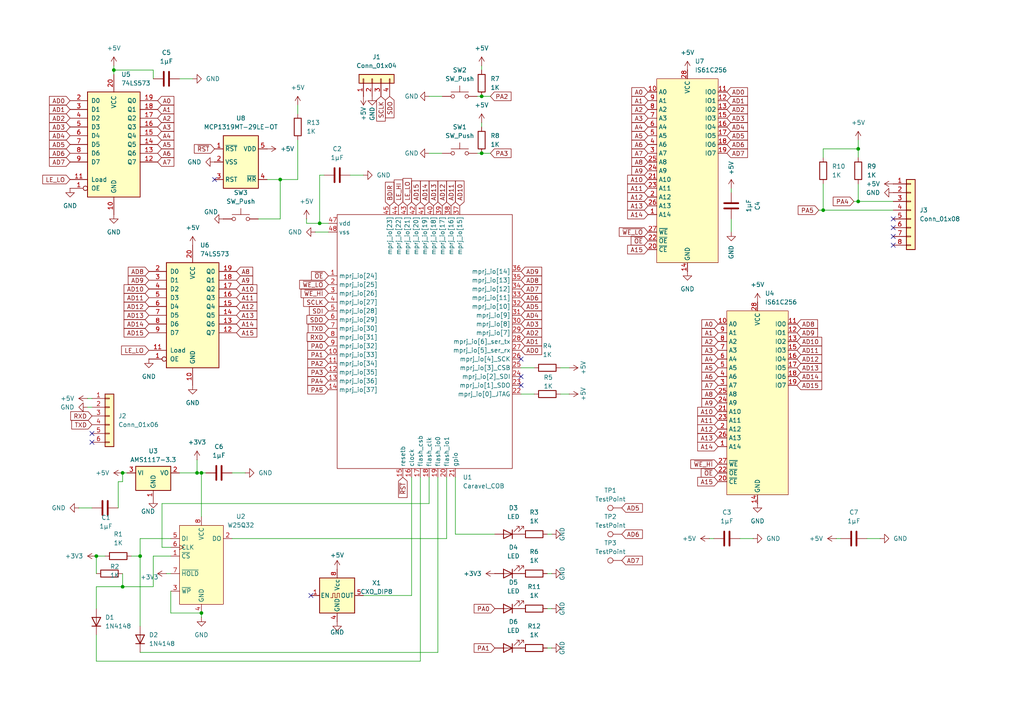
<source format=kicad_sch>
(kicad_sch (version 20250114) (generator "eeschema") (generator_version "9.0")
  (paper "A4")
  (junction (at 33.02 20.32))
  (junction (at 58.42 137.16))
  (junction (at 248.92 58.42))
  (junction (at 139.7 27.94))
  (junction (at 57.15 137.16))
  (junction (at 58.42 177.8))
  (junction (at 248.92 43.18))
  (junction (at 35.56 170.18))
  (junction (at 35.56 137.16))
  (junction (at 92.71 64.77))
  (junction (at 40.64 161.29))
  (junction (at 81.28 52.07))
  (junction (at 139.7 44.45))
  (junction (at 27.94 161.29))
  (junction (at 238.76 60.96))
  (no_connect (at 259.08 63.5))
  (no_connect (at 259.08 66.04))
  (no_connect (at 151.13 109.22))
  (no_connect (at 62.23 52.07))
  (no_connect (at 151.13 104.14))
  (no_connect (at 259.08 68.58))
  (no_connect (at 90.17 172.72))
  (no_connect (at 26.67 125.73))
  (no_connect (at 151.13 111.76))
  (no_connect (at 26.67 128.27))
  (no_connect (at 259.08 71.12))
  (wire (pts (xy 121.92 138.43) (xy 121.92 191.77)))
  (wire (pts (xy 33.02 19.05) (xy 33.02 20.32)))
  (wire (pts (xy 132.08 154.94) (xy 143.51 154.94)))
  (wire (pts (xy 238.76 60.96) (xy 238.76 53.34)))
  (wire (pts (xy 22.86 147.32) (xy 26.67 147.32)))
  (wire (pts (xy 49.53 161.29) (xy 44.45 161.29)))
  (wire (pts (xy 57.15 137.16) (xy 58.42 137.16)))
  (wire (pts (xy 251.46 156.21) (xy 255.27 156.21)))
  (wire (pts (xy 105.41 172.72) (xy 119.38 172.72)))
  (wire (pts (xy 248.92 43.18) (xy 248.92 45.72)))
  (wire (pts (xy 214.63 156.21) (xy 218.44 156.21)))
  (wire (pts (xy 27.94 191.77) (xy 27.94 184.15)))
  (wire (pts (xy 212.09 63.5) (xy 212.09 67.31)))
  (wire (pts (xy 158.75 166.37) (xy 160.02 166.37)))
  (wire (pts (xy 237.49 60.96) (xy 238.76 60.96)))
  (wire (pts (xy 124.46 44.45) (xy 128.27 44.45)))
  (wire (pts (xy 86.36 30.48) (xy 86.36 33.02)))
  (wire (pts (xy 132.08 138.43) (xy 132.08 154.94)))
  (wire (pts (xy 25.4 115.57) (xy 26.67 115.57)))
  (wire (pts (xy 46.99 158.75) (xy 46.99 146.05)))
  (wire (pts (xy 38.1 161.29) (xy 40.64 161.29)))
  (wire (pts (xy 88.9 63.5) (xy 88.9 64.77)))
  (wire (pts (xy 238.76 45.72) (xy 238.76 43.18)))
  (wire (pts (xy 40.64 181.61) (xy 40.64 161.29)))
  (wire (pts (xy 40.64 156.21) (xy 49.53 156.21)))
  (wire (pts (xy 33.02 20.32) (xy 33.02 21.59)))
  (wire (pts (xy 58.42 137.16) (xy 59.69 137.16)))
  (wire (pts (xy 259.08 60.96) (xy 238.76 60.96)))
  (wire (pts (xy 138.43 44.45) (xy 139.7 44.45)))
  (wire (pts (xy 86.36 52.07) (xy 81.28 52.07)))
  (wire (pts (xy 27.94 170.18) (xy 27.94 176.53)))
  (wire (pts (xy 212.09 54.61) (xy 212.09 55.88)))
  (wire (pts (xy 139.7 27.94) (xy 142.24 27.94)))
  (wire (pts (xy 44.45 20.32) (xy 44.45 22.86)))
  (wire (pts (xy 238.76 43.18) (xy 248.92 43.18)))
  (wire (pts (xy 48.26 166.37) (xy 49.53 166.37)))
  (wire (pts (xy 119.38 172.72) (xy 119.38 138.43)))
  (wire (pts (xy 44.45 161.29) (xy 44.45 170.18)))
  (wire (pts (xy 86.36 40.64) (xy 86.36 52.07)))
  (wire (pts (xy 92.71 50.8) (xy 92.71 64.77)))
  (wire (pts (xy 58.42 137.16) (xy 58.42 149.86)))
  (wire (pts (xy 44.45 20.32) (xy 33.02 20.32)))
  (wire (pts (xy 124.46 27.94) (xy 128.27 27.94)))
  (wire (pts (xy 35.56 139.7) (xy 35.56 137.16)))
  (wire (pts (xy 242.57 156.21) (xy 243.84 156.21)))
  (wire (pts (xy 58.42 177.8) (xy 58.42 179.07)))
  (wire (pts (xy 25.4 118.11) (xy 26.67 118.11)))
  (wire (pts (xy 91.44 67.31) (xy 95.25 67.31)))
  (wire (pts (xy 57.15 133.35) (xy 57.15 137.16)))
  (wire (pts (xy 162.56 106.68) (xy 165.1 106.68)))
  (wire (pts (xy 67.31 137.16) (xy 71.12 137.16)))
  (wire (pts (xy 158.75 154.94) (xy 160.02 154.94)))
  (wire (pts (xy 34.29 139.7) (xy 35.56 139.7)))
  (wire (pts (xy 74.93 63.5) (xy 81.28 63.5)))
  (wire (pts (xy 49.53 177.8) (xy 58.42 177.8)))
  (wire (pts (xy 40.64 189.23) (xy 127 189.23)))
  (wire (pts (xy 81.28 52.07) (xy 77.47 52.07)))
  (wire (pts (xy 248.92 53.34) (xy 248.92 58.42)))
  (wire (pts (xy 151.13 106.68) (xy 154.94 106.68)))
  (wire (pts (xy 124.46 146.05) (xy 124.46 138.43)))
  (wire (pts (xy 93.98 50.8) (xy 92.71 50.8)))
  (wire (pts (xy 27.94 161.29) (xy 27.94 166.37)))
  (wire (pts (xy 248.92 40.64) (xy 248.92 43.18)))
  (wire (pts (xy 46.99 146.05) (xy 124.46 146.05)))
  (wire (pts (xy 88.9 64.77) (xy 92.71 64.77)))
  (wire (pts (xy 49.53 171.45) (xy 49.53 177.8)))
  (wire (pts (xy 139.7 35.56) (xy 139.7 36.83)))
  (wire (pts (xy 49.53 158.75) (xy 46.99 158.75)))
  (wire (pts (xy 67.31 156.21) (xy 129.54 156.21)))
  (wire (pts (xy 138.43 27.94) (xy 139.7 27.94)))
  (wire (pts (xy 139.7 44.45) (xy 142.24 44.45)))
  (wire (pts (xy 35.56 170.18) (xy 27.94 170.18)))
  (wire (pts (xy 205.74 156.21) (xy 207.01 156.21)))
  (wire (pts (xy 158.75 187.96) (xy 160.02 187.96)))
  (wire (pts (xy 151.13 114.3) (xy 154.94 114.3)))
  (wire (pts (xy 40.64 161.29) (xy 40.64 156.21)))
  (wire (pts (xy 247.65 58.42) (xy 248.92 58.42)))
  (wire (pts (xy 129.54 156.21) (xy 129.54 138.43)))
  (wire (pts (xy 52.07 22.86) (xy 55.88 22.86)))
  (wire (pts (xy 44.45 170.18) (xy 35.56 170.18)))
  (wire (pts (xy 92.71 64.77) (xy 95.25 64.77)))
  (wire (pts (xy 139.7 19.05) (xy 139.7 20.32)))
  (wire (pts (xy 121.92 191.77) (xy 27.94 191.77)))
  (wire (pts (xy 162.56 114.3) (xy 165.1 114.3)))
  (wire (pts (xy 101.6 50.8) (xy 105.41 50.8)))
  (wire (pts (xy 81.28 63.5) (xy 81.28 52.07)))
  (wire (pts (xy 35.56 166.37) (xy 35.56 170.18)))
  (wire (pts (xy 27.94 161.29) (xy 30.48 161.29)))
  (wire (pts (xy 158.75 176.53) (xy 160.02 176.53)))
  (wire (pts (xy 248.92 58.42) (xy 259.08 58.42)))
  (wire (pts (xy 127 189.23) (xy 127 138.43)))
  (wire (pts (xy 34.29 147.32) (xy 34.29 139.7)))
  (wire (pts (xy 35.56 137.16) (xy 36.83 137.16)))
  (wire (pts (xy 52.07 137.16) (xy 57.15 137.16)))
  (global_label "A9" (shape input) (at 187.96 49.53 180) (property "Intersheetrefs" "${INTERSHEET_REFS}" (effects (hide yes))))
  (global_label "A13" (shape input) (at 187.96 59.69 180) (property "Intersheetrefs" "${INTERSHEET_REFS}" (effects (hide yes))))
  (global_label "AD15" (shape input) (at 43.18 96.52 180) (property "Intersheetrefs" "${INTERSHEET_REFS}" (effects (hide yes))))
  (global_label "A7" (shape input) (at 208.28 111.76 180) (property "Intersheetrefs" "${INTERSHEET_REFS}" (effects (hide yes))))
  (global_label "A7" (shape input) (at 187.96 44.45 180) (property "Intersheetrefs" "${INTERSHEET_REFS}" (effects (hide yes))))
  (global_label "AD7" (shape input) (at 210.82 44.45 0) (property "Intersheetrefs" "${INTERSHEET_REFS}" (effects (hide yes))))
  (global_label "AD6" (shape input) (at 210.82 41.91 0) (property "Intersheetrefs" "${INTERSHEET_REFS}" (effects (hide yes))))
  (global_label "A5" (shape input) (at 208.28 106.68 180) (property "Intersheetrefs" "${INTERSHEET_REFS}" (effects (hide yes))))
  (global_label "AD13" (shape input) (at 125.73 59.69 90) (property "Intersheetrefs" "${INTERSHEET_REFS}" (effects (hide yes))))
  (global_label "PA5" (shape input) (at 95.25 113.03 180) (property "Intersheetrefs" "${INTERSHEET_REFS}" (effects (hide yes))))
  (global_label "A8" (shape input) (at 68.58 78.74 0) (property "Intersheetrefs" "${INTERSHEET_REFS}" (effects (hide yes))))
  (global_label "AD6" (shape input) (at 20.32 44.45 180) (property "Intersheetrefs" "${INTERSHEET_REFS}" (effects (hide yes))))
  (global_label "AD1" (shape input) (at 151.13 99.06 0) (property "Intersheetrefs" "${INTERSHEET_REFS}" (effects (hide yes))))
  (global_label "AD11" (shape input) (at 43.18 86.36 180) (property "Intersheetrefs" "${INTERSHEET_REFS}" (effects (hide yes))))
  (global_label "TXD" (shape input) (at 26.67 123.19 180) (property "Intersheetrefs" "${INTERSHEET_REFS}" (effects (hide yes))))
  (global_label "AD15" (shape input) (at 231.14 111.76 0) (property "Intersheetrefs" "${INTERSHEET_REFS}" (effects (hide yes))))
  (global_label "A4" (shape input) (at 187.96 36.83 180) (property "Intersheetrefs" "${INTERSHEET_REFS}" (effects (hide yes))))
  (global_label "LE_LO" (shape input) (at 118.11 59.69 90) (property "Intersheetrefs" "${INTERSHEET_REFS}" (effects (hide yes))))
  (global_label "AD11" (shape input) (at 130.81 59.69 90) (property "Intersheetrefs" "${INTERSHEET_REFS}" (effects (hide yes))))
  (global_label "AD3" (shape input) (at 151.13 93.98 0) (property "Intersheetrefs" "${INTERSHEET_REFS}" (effects (hide yes))))
  (global_label "~{OE}" (shape input) (at 95.25 80.01 180) (property "Intersheetrefs" "${INTERSHEET_REFS}" (effects (hide yes))))
  (global_label "A10" (shape input) (at 68.58 83.82 0) (property "Intersheetrefs" "${INTERSHEET_REFS}" (effects (hide yes))))
  (global_label "A5" (shape input) (at 187.96 39.37 180) (property "Intersheetrefs" "${INTERSHEET_REFS}" (effects (hide yes))))
  (global_label "AD9" (shape input) (at 231.14 96.52 0) (property "Intersheetrefs" "${INTERSHEET_REFS}" (effects (hide yes))))
  (global_label "AD9" (shape input) (at 43.18 81.28 180) (property "Intersheetrefs" "${INTERSHEET_REFS}" (effects (hide yes))))
  (global_label "A0" (shape input) (at 187.96 26.67 180) (property "Intersheetrefs" "${INTERSHEET_REFS}" (effects (hide yes))))
  (global_label "SDI" (shape input) (at 95.25 90.17 180) (property "Intersheetrefs" "${INTERSHEET_REFS}" (effects (hide yes))))
  (global_label "A6" (shape input) (at 187.96 41.91 180) (property "Intersheetrefs" "${INTERSHEET_REFS}" (effects (hide yes))))
  (global_label "~{RST}" (shape input) (at 62.23 43.18 180) (property "Intersheetrefs" "${INTERSHEET_REFS}" (effects (hide yes))))
  (global_label "AD0" (shape input) (at 210.82 26.67 0) (property "Intersheetrefs" "${INTERSHEET_REFS}" (effects (hide yes))))
  (global_label "SDO" (shape input) (at 113.03 27.94 270) (property "Intersheetrefs" "${INTERSHEET_REFS}" (effects (hide yes))))
  (global_label "AD5" (shape input) (at 210.82 39.37 0) (property "Intersheetrefs" "${INTERSHEET_REFS}" (effects (hide yes))))
  (global_label "A5" (shape input) (at 45.72 41.91 0) (property "Intersheetrefs" "${INTERSHEET_REFS}" (effects (hide yes))))
  (global_label "AD4" (shape input) (at 151.13 91.44 0) (property "Intersheetrefs" "${INTERSHEET_REFS}" (effects (hide yes))))
  (global_label "A12" (shape input) (at 68.58 88.9 0) (property "Intersheetrefs" "${INTERSHEET_REFS}" (effects (hide yes))))
  (global_label "A14" (shape input) (at 68.58 93.98 0) (property "Intersheetrefs" "${INTERSHEET_REFS}" (effects (hide yes))))
  (global_label "~{OE}" (shape input) (at 187.96 69.85 180) (property "Intersheetrefs" "${INTERSHEET_REFS}" (effects (hide yes))))
  (global_label "PA4" (shape input) (at 247.65 58.42 180) (property "Intersheetrefs" "${INTERSHEET_REFS}" (effects (hide yes))))
  (global_label "AD0" (shape input) (at 151.13 101.6 0) (property "Intersheetrefs" "${INTERSHEET_REFS}" (effects (hide yes))))
  (global_label "A1" (shape input) (at 187.96 29.21 180) (property "Intersheetrefs" "${INTERSHEET_REFS}" (effects (hide yes))))
  (global_label "A9" (shape input) (at 208.28 116.84 180) (property "Intersheetrefs" "${INTERSHEET_REFS}" (effects (hide yes))))
  (global_label "AD15" (shape input) (at 120.65 59.69 90) (property "Intersheetrefs" "${INTERSHEET_REFS}" (effects (hide yes))))
  (global_label "RXD" (shape input) (at 26.67 120.65 180) (property "Intersheetrefs" "${INTERSHEET_REFS}" (effects (hide yes))))
  (global_label "A15" (shape input) (at 208.28 139.7 180) (property "Intersheetrefs" "${INTERSHEET_REFS}" (effects (hide yes))))
  (global_label "PA0" (shape input) (at 143.51 176.53 180) (property "Intersheetrefs" "${INTERSHEET_REFS}" (effects (hide yes))))
  (global_label "AD5" (shape input) (at 20.32 41.91 180) (property "Intersheetrefs" "${INTERSHEET_REFS}" (effects (hide yes))))
  (global_label "A3" (shape input) (at 45.72 36.83 0) (property "Intersheetrefs" "${INTERSHEET_REFS}" (effects (hide yes))))
  (global_label "AD12" (shape input) (at 231.14 104.14 0) (property "Intersheetrefs" "${INTERSHEET_REFS}" (effects (hide yes))))
  (global_label "AD10" (shape input) (at 43.18 83.82 180) (property "Intersheetrefs" "${INTERSHEET_REFS}" (effects (hide yes))))
  (global_label "A8" (shape input) (at 187.96 46.99 180) (property "Intersheetrefs" "${INTERSHEET_REFS}" (effects (hide yes))))
  (global_label "AD7" (shape input) (at 180.34 162.56 0) (property "Intersheetrefs" "${INTERSHEET_REFS}" (effects (hide yes))))
  (global_label "AD1" (shape input) (at 210.82 29.21 0) (property "Intersheetrefs" "${INTERSHEET_REFS}" (effects (hide yes))))
  (global_label "A14" (shape input) (at 208.28 129.54 180) (property "Intersheetrefs" "${INTERSHEET_REFS}" (effects (hide yes))))
  (global_label "AD6" (shape input) (at 180.34 154.94 0) (property "Intersheetrefs" "${INTERSHEET_REFS}" (effects (hide yes))))
  (global_label "A6" (shape input) (at 45.72 44.45 0) (property "Intersheetrefs" "${INTERSHEET_REFS}" (effects (hide yes))))
  (global_label "A4" (shape input) (at 208.28 104.14 180) (property "Intersheetrefs" "${INTERSHEET_REFS}" (effects (hide yes))))
  (global_label "AD11" (shape input) (at 231.14 101.6 0) (property "Intersheetrefs" "${INTERSHEET_REFS}" (effects (hide yes))))
  (global_label "A2" (shape input) (at 45.72 34.29 0) (property "Intersheetrefs" "${INTERSHEET_REFS}" (effects (hide yes))))
  (global_label "AD7" (shape input) (at 20.32 46.99 180) (property "Intersheetrefs" "${INTERSHEET_REFS}" (effects (hide yes))))
  (global_label "A11" (shape input) (at 187.96 54.61 180) (property "Intersheetrefs" "${INTERSHEET_REFS}" (effects (hide yes))))
  (global_label "AD14" (shape input) (at 43.18 93.98 180) (property "Intersheetrefs" "${INTERSHEET_REFS}" (effects (hide yes))))
  (global_label "AD10" (shape input) (at 133.35 59.69 90) (property "Intersheetrefs" "${INTERSHEET_REFS}" (effects (hide yes))))
  (global_label "A8" (shape input) (at 208.28 114.3 180) (property "Intersheetrefs" "${INTERSHEET_REFS}" (effects (hide yes))))
  (global_label "AD2" (shape input) (at 210.82 31.75 0) (property "Intersheetrefs" "${INTERSHEET_REFS}" (effects (hide yes))))
  (global_label "A10" (shape input) (at 208.28 119.38 180) (property "Intersheetrefs" "${INTERSHEET_REFS}" (effects (hide yes))))
  (global_label "PA3" (shape input) (at 142.24 44.45 0) (property "Intersheetrefs" "${INTERSHEET_REFS}" (effects (hide yes))))
  (global_label "AD3" (shape input) (at 20.32 36.83 180) (property "Intersheetrefs" "${INTERSHEET_REFS}" (effects (hide yes))))
  (global_label "LE_LO" (shape input) (at 20.32 52.07 180) (property "Intersheetrefs" "${INTERSHEET_REFS}" (effects (hide yes))))
  (global_label "LE_LO" (shape input) (at 43.18 101.6 180) (property "Intersheetrefs" "${INTERSHEET_REFS}" (effects (hide yes))))
  (global_label "SDO" (shape input) (at 95.25 92.71 180) (property "Intersheetrefs" "${INTERSHEET_REFS}" (effects (hide yes))))
  (global_label "AD4" (shape input) (at 210.82 36.83 0) (property "Intersheetrefs" "${INTERSHEET_REFS}" (effects (hide yes))))
  (global_label "PA5" (shape input) (at 237.49 60.96 180) (property "Intersheetrefs" "${INTERSHEET_REFS}" (effects (hide yes))))
  (global_label "A1" (shape input) (at 45.72 31.75 0) (property "Intersheetrefs" "${INTERSHEET_REFS}" (effects (hide yes))))
  (global_label "AD2" (shape input) (at 20.32 34.29 180) (property "Intersheetrefs" "${INTERSHEET_REFS}" (effects (hide yes))))
  (global_label "AD12" (shape input) (at 128.27 59.69 90) (property "Intersheetrefs" "${INTERSHEET_REFS}" (effects (hide yes))))
  (global_label "A3" (shape input) (at 208.28 101.6 180) (property "Intersheetrefs" "${INTERSHEET_REFS}" (effects (hide yes))))
  (global_label "AD13" (shape input) (at 231.14 106.68 0) (property "Intersheetrefs" "${INTERSHEET_REFS}" (effects (hide yes))))
  (global_label "A14" (shape input) (at 187.96 62.23 180) (property "Intersheetrefs" "${INTERSHEET_REFS}" (effects (hide yes))))
  (global_label "AD14" (shape input) (at 123.19 59.69 90) (property "Intersheetrefs" "${INTERSHEET_REFS}" (effects (hide yes))))
  (global_label "AD12" (shape input) (at 43.18 88.9 180) (property "Intersheetrefs" "${INTERSHEET_REFS}" (effects (hide yes))))
  (global_label "PA4" (shape input) (at 95.25 110.49 180) (property "Intersheetrefs" "${INTERSHEET_REFS}" (effects (hide yes))))
  (global_label "AD10" (shape input) (at 231.14 99.06 0) (property "Intersheetrefs" "${INTERSHEET_REFS}" (effects (hide yes))))
  (global_label "A7" (shape input) (at 45.72 46.99 0) (property "Intersheetrefs" "${INTERSHEET_REFS}" (effects (hide yes))))
  (global_label "A15" (shape input) (at 187.96 72.39 180) (property "Intersheetrefs" "${INTERSHEET_REFS}" (effects (hide yes))))
  (global_label "A12" (shape input) (at 208.28 124.46 180) (property "Intersheetrefs" "${INTERSHEET_REFS}" (effects (hide yes))))
  (global_label "A2" (shape input) (at 187.96 31.75 180) (property "Intersheetrefs" "${INTERSHEET_REFS}" (effects (hide yes))))
  (global_label "AD13" (shape input) (at 43.18 91.44 180) (property "Intersheetrefs" "${INTERSHEET_REFS}" (effects (hide yes))))
  (global_label "~{OE}" (shape input) (at 208.28 137.16 180) (property "Intersheetrefs" "${INTERSHEET_REFS}" (effects (hide yes))))
  (global_label "AD0" (shape input) (at 20.32 29.21 180) (property "Intersheetrefs" "${INTERSHEET_REFS}" (effects (hide yes))))
  (global_label "A10" (shape input) (at 187.96 52.07 180) (property "Intersheetrefs" "${INTERSHEET_REFS}" (effects (hide yes))))
  (global_label "AD5" (shape input) (at 180.34 147.32 0) (property "Intersheetrefs" "${INTERSHEET_REFS}" (effects (hide yes))))
  (global_label "AD8" (shape input) (at 231.14 93.98 0) (property "Intersheetrefs" "${INTERSHEET_REFS}" (effects (hide yes))))
  (global_label "A1" (shape input) (at 208.28 96.52 180) (property "Intersheetrefs" "${INTERSHEET_REFS}" (effects (hide yes))))
  (global_label "A6" (shape input) (at 208.28 109.22 180) (property "Intersheetrefs" "${INTERSHEET_REFS}" (effects (hide yes))))
  (global_label "AD14" (shape input) (at 231.14 109.22 0) (property "Intersheetrefs" "${INTERSHEET_REFS}" (effects (hide yes))))
  (global_label "PA1" (shape input) (at 95.25 102.87 180) (property "Intersheetrefs" "${INTERSHEET_REFS}" (effects (hide yes))))
  (global_label "A13" (shape input) (at 208.28 127 180) (property "Intersheetrefs" "${INTERSHEET_REFS}" (effects (hide yes))))
  (global_label "~{WE_HI}" (shape input) (at 208.28 134.62 180) (property "Intersheetrefs" "${INTERSHEET_REFS}" (effects (hide yes))))
  (global_label "A4" (shape input) (at 45.72 39.37 0) (property "Intersheetrefs" "${INTERSHEET_REFS}" (effects (hide yes))))
  (global_label "PA0" (shape input) (at 95.25 100.33 180) (property "Intersheetrefs" "${INTERSHEET_REFS}" (effects (hide yes))))
  (global_label "AD5" (shape input) (at 151.13 88.9 0) (property "Intersheetrefs" "${INTERSHEET_REFS}" (effects (hide yes))))
  (global_label "PA3" (shape input) (at 95.25 107.95 180) (property "Intersheetrefs" "${INTERSHEET_REFS}" (effects (hide yes))))
  (global_label "~{RST}" (shape input) (at 116.84 138.43 270) (property "Intersheetrefs" "${INTERSHEET_REFS}" (effects (hide yes))))
  (global_label "TXD" (shape input) (at 95.25 95.25 180) (property "Intersheetrefs" "${INTERSHEET_REFS}" (effects (hide yes))))
  (global_label "PA2" (shape input) (at 95.25 105.41 180) (property "Intersheetrefs" "${INTERSHEET_REFS}" (effects (hide yes))))
  (global_label "AD3" (shape input) (at 210.82 34.29 0) (property "Intersheetrefs" "${INTERSHEET_REFS}" (effects (hide yes))))
  (global_label "A11" (shape input) (at 68.58 86.36 0) (property "Intersheetrefs" "${INTERSHEET_REFS}" (effects (hide yes))))
  (global_label "LE_HI" (shape input) (at 115.57 59.69 90) (property "Intersheetrefs" "${INTERSHEET_REFS}" (effects (hide yes))))
  (global_label "AD4" (shape input) (at 20.32 39.37 180) (property "Intersheetrefs" "${INTERSHEET_REFS}" (effects (hide yes))))
  (global_label "A12" (shape input) (at 187.96 57.15 180) (property "Intersheetrefs" "${INTERSHEET_REFS}" (effects (hide yes))))
  (global_label "SCLK" (shape input) (at 110.49 27.94 270) (property "Intersheetrefs" "${INTERSHEET_REFS}" (effects (hide yes))))
  (global_label "A9" (shape input) (at 68.58 81.28 0) (property "Intersheetrefs" "${INTERSHEET_REFS}" (effects (hide yes))))
  (global_label "A11" (shape input) (at 208.28 121.92 180) (property "Intersheetrefs" "${INTERSHEET_REFS}" (effects (hide yes))))
  (global_label "A13" (shape input) (at 68.58 91.44 0) (property "Intersheetrefs" "${INTERSHEET_REFS}" (effects (hide yes))))
  (global_label "A2" (shape input) (at 208.28 99.06 180) (property "Intersheetrefs" "${INTERSHEET_REFS}" (effects (hide yes))))
  (global_label "~{WE_LO}" (shape input) (at 95.25 82.55 180) (property "Intersheetrefs" "${INTERSHEET_REFS}" (effects (hide yes))))
  (global_label "AD6" (shape input) (at 151.13 86.36 0) (property "Intersheetrefs" "${INTERSHEET_REFS}" (effects (hide yes))))
  (global_label "AD8" (shape input) (at 151.13 81.28 0) (property "Intersheetrefs" "${INTERSHEET_REFS}" (effects (hide yes))))
  (global_label "A15" (shape input) (at 68.58 96.52 0) (property "Intersheetrefs" "${INTERSHEET_REFS}" (effects (hide yes))))
  (global_label "BDIR" (shape input) (at 113.03 59.69 90) (property "Intersheetrefs" "${INTERSHEET_REFS}" (effects (hide yes))))
  (global_label "AD2" (shape input) (at 151.13 96.52 0) (property "Intersheetrefs" "${INTERSHEET_REFS}" (effects (hide yes))))
  (global_label "RXD" (shape input) (at 95.25 97.79 180) (property "Intersheetrefs" "${INTERSHEET_REFS}" (effects (hide yes))))
  (global_label "PA2" (shape input) (at 142.24 27.94 0) (property "Intersheetrefs" "${INTERSHEET_REFS}" (effects (hide yes))))
  (global_label "AD1" (shape input) (at 20.32 31.75 180) (property "Intersheetrefs" "${INTERSHEET_REFS}" (effects (hide yes))))
  (global_label "A0" (shape input) (at 45.72 29.21 0) (property "Intersheetrefs" "${INTERSHEET_REFS}" (effects (hide yes))))
  (global_label "~{WE_HI}" (shape input) (at 95.25 85.09 180) (property "Intersheetrefs" "${INTERSHEET_REFS}" (effects (hide yes))))
  (global_label "AD7" (shape input) (at 151.13 83.82 0) (property "Intersheetrefs" "${INTERSHEET_REFS}" (effects (hide yes))))
  (global_label "A3" (shape input) (at 187.96 34.29 180) (property "Intersheetrefs" "${INTERSHEET_REFS}" (effects (hide yes))))
  (global_label "PA1" (shape input) (at 143.51 187.96 180) (property "Intersheetrefs" "${INTERSHEET_REFS}" (effects (hide yes))))
  (global_label "AD8" (shape input) (at 43.18 78.74 180) (property "Intersheetrefs" "${INTERSHEET_REFS}" (effects (hide yes))))
  (global_label "SCLK" (shape input) (at 95.25 87.63 180) (property "Intersheetrefs" "${INTERSHEET_REFS}" (effects (hide yes))))
  (global_label "AD9" (shape input) (at 151.13 78.74 0) (property "Intersheetrefs" "${INTERSHEET_REFS}" (effects (hide yes))))
  (global_label "A0" (shape input) (at 208.28 93.98 180) (property "Intersheetrefs" "${INTERSHEET_REFS}" (effects (hide yes))))
  (global_label "~{WE_LO}" (shape input) (at 187.96 67.31 180) (property "Intersheetrefs" "${INTERSHEET_REFS}" (effects (hide yes))))
  (symbol (lib_id "Device:R") (at 34.29 161.29 90) (unit 1)
    (property "Reference" "R1" (at 34.29 154.94 90))
    (property "Value" "1K" (at 34.29 157.48 90))
    (property "Footprint" "Resistor_SMD:R_1206_3216Metric_Pad1.30x1.75mm_HandSolder" (effects (hide yes)))
    (property "VerilogCode" "assign _1 = _2;" (effects (hide yes)))
  )
  (symbol (lib_id "Diode:1N4148") (at 27.94 180.34 90) (unit 1)
    (property "Reference" "D1" (at 30.48 179.0699 90) (effects (justify right)))
    (property "Value" "1N4148" (at 30.48 181.6099 90) (effects (justify right)))
    (property "Footprint" "Diode_THT:D_DO-35_SOD27_P7.62mm_Horizontal" (effects (hide yes)))
    (property "Datasheet" "https://assets.nexperia.com/documents/data-sheet/1N4148_1N4448.pdf" (effects (hide yes)))
    (property "Description" "100V 0.15A standard switching diode, DO-35" (effects (hide yes)))
    (property "Sim.Device" "D" (effects (hide yes)))
    (property "Sim.Pins" "1=K 2=A" (effects (hide yes)))
  )
  (symbol (lib_id "Device:R") (at 31.75 166.37 90) (unit 1)
    (property "Reference" "R2" (at 33.274 164.338 90))
    (property "Value" "1K" (at 33.274 166.878 90))
    (property "Footprint" "Resistor_SMD:R_1206_3216Metric_Pad1.30x1.75mm_HandSolder" (effects (hide yes)))
    (property "VerilogCode" "assign _1 = _2;" (effects (hide yes)))
  )
  (symbol (lib_id "power:+5V") (at 242.57 156.21 90) (unit 1)
    (property "Reference" "#PWR047" (effects (hide yes)))
    (property "Value" "+5V" (at 238.76 156.2099 90) (effects (justify left)))
    (property "Description" "Power symbol creates a global label with name \"+5V\"" (effects (hide yes)))
  )
  (symbol (lib_id "power:GND") (at 55.88 111.76 0) (unit 1)
    (property "Reference" "#PWR023" (effects (hide yes)))
    (property "Value" "GND" (at 55.88 116.84 0))
    (property "Description" "Power symbol creates a global label with name \"GND\" , ground" (effects (hide yes)))
  )
  (symbol (lib_id "power:+5V") (at 259.08 53.34 90) (unit 1)
    (property "Reference" "#PWR042" (effects (hide yes)))
    (property "Value" "+5V" (at 255.27 53.3399 90) (effects (justify left)))
    (property "Description" "Power symbol creates a global label with name \"+5V\"" (effects (hide yes)))
  )
  (symbol (lib_id "Device:R") (at 154.94 154.94 90) (unit 1)
    (property "Reference" "R3" (at 154.94 148.59 90))
    (property "Value" "1K" (at 154.94 151.13 90))
    (property "Footprint" "Resistor_SMD:R_1206_3216Metric_Pad1.30x1.75mm_HandSolder" (effects (hide yes)))
  )
  (symbol (lib_id "Device:R") (at 139.7 24.13 180) (unit 1)
    (property "Reference" "R7" (at 142.24 22.8599 0) (effects (justify right)))
    (property "Value" "1K" (at 142.24 25.3999 0) (effects (justify right)))
    (property "Footprint" "Resistor_SMD:R_1206_3216Metric_Pad1.30x1.75mm_HandSolder" (effects (hide yes)))
  )
  (symbol (lib_id "power:+3V3") (at 57.15 133.35 0) (unit 1)
    (property "Reference" "#PWR08" (effects (hide yes)))
    (property "Value" "+3V3" (at 57.15 128.27 0))
    (property "Description" "Power symbol creates a global label with name \"+3V3\"" (effects (hide yes)))
  )
  (symbol (lib_id "power:+5V") (at 25.4 115.57 90) (unit 1)
    (property "Reference" "#PWR037" (effects (hide yes)))
    (property "Value" "+5V" (at 21.59 115.5699 90) (effects (justify left)))
    (property "Description" "Power symbol creates a global label with name \"+5V\"" (effects (hide yes)))
  )
  (symbol (lib_id "power:+5V") (at 212.09 54.61 0) (unit 1)
    (property "Reference" "#PWR034" (effects (hide yes)))
    (property "Value" "+5V" (at 212.0901 50.8 90) (effects (justify left)))
    (property "Description" "Power symbol creates a global label with name \"+5V\"" (effects (hide yes)))
  )
  (symbol (lib_id "TholinsStuff:W25Q32") (at 58.42 162.56 0) (unit 1)
    (property "Reference" "U2" (at 69.85 149.7898 0))
    (property "Value" "W25Q32" (at 69.85 152.3298 0))
    (property "Footprint" "Package_DIP:DIP-8_W7.62mm_Socket" (effects (hide yes)))
    (property "Description" "4MiB serial flash" (effects (hide yes)))
  )
  (symbol (lib_id "power:GND") (at 105.41 50.8 90) (unit 1)
    (property "Reference" "#PWR031" (effects (hide yes)))
    (property "Value" "GND" (at 109.22 50.7999 90) (effects (justify right)))
    (property "Description" "Power symbol creates a global label with name \"GND\" , ground" (effects (hide yes)))
  )
  (symbol (lib_id "power:+5V") (at 139.7 35.56 0) (unit 1)
    (property "Reference" "#PWR041" (effects (hide yes)))
    (property "Value" "+5V" (at 139.7 30.48 0))
    (property "Description" "Power symbol creates a global label with name \"+5V\"" (effects (hide yes)))
  )
  (symbol (lib_id "power:+5V") (at 205.74 156.21 90) (unit 1)
    (property "Reference" "#PWR033" (effects (hide yes)))
    (property "Value" "+5V" (at 201.93 156.2099 90) (effects (justify left)))
    (property "Description" "Power symbol creates a global label with name \"+5V\"" (effects (hide yes)))
  )
  (symbol (lib_id "power:GND") (at 160.02 187.96 90) (unit 1)
    (property "Reference" "#PWR046" (effects (hide yes)))
    (property "Value" "GND" (at 163.068 187.96 0))
    (property "Description" "Power symbol creates a global label with name \"GND\" , ground" (effects (hide yes)))
  )
  (symbol (lib_id "Connector_Generic:Conn_01x06") (at 31.75 120.65 0) (unit 1)
    (property "Reference" "J2" (at 34.29 120.65 0) (effects (justify left)))
    (property "Value" "Conn_01x06" (at 34.29 123.19 0) (effects (justify left)))
    (property "Footprint" "Connector_PinSocket_2.54mm:PinSocket_1x06_P2.54mm_Vertical" (effects (hide yes)))
  )
  (symbol (lib_id "Device:LED") (at 147.32 166.37 180) (unit 1)
    (property "Reference" "D4" (at 148.9075 158.75 0))
    (property "Value" "LED" (at 148.9075 161.29 0))
    (property "Footprint" "LED_THT:LED_D3.0mm" (effects (hide yes)))
  )
  (symbol (lib_id "power:GND") (at 160.02 154.94 90) (unit 1)
    (property "Reference" "#PWR013" (effects (hide yes)))
    (property "Value" "GND" (at 163.068 154.94 0))
    (property "Description" "Power symbol creates a global label with name \"GND\" , ground" (effects (hide yes)))
  )
  (symbol (lib_id "power:GND") (at 219.71 146.05 0) (unit 1)
    (property "Reference" "#PWR015" (effects (hide yes)))
    (property "Value" "GND" (at 219.71 151.13 0))
    (property "Description" "Power symbol creates a global label with name \"GND\" , ground" (effects (hide yes)))
  )
  (symbol (lib_id "power:GND") (at 55.88 22.86 90) (unit 1)
    (property "Reference" "#PWR036" (effects (hide yes)))
    (property "Value" "GND" (at 59.69 22.8599 90) (effects (justify right)))
    (property "Description" "Power symbol creates a global label with name \"GND\" , ground" (effects (hide yes)))
  )
  (symbol (lib_id "power:+5V") (at 33.02 19.05 0) (unit 1)
    (property "Reference" "#PWR018" (effects (hide yes)))
    (property "Value" "+5V" (at 33.02 13.97 0))
    (property "Description" "Power symbol creates a global label with name \"+5V\"" (effects (hide yes)))
  )
  (symbol (lib_id "power:GND") (at 255.27 156.21 90) (unit 1)
    (property "Reference" "#PWR048" (effects (hide yes)))
    (property "Value" "GND" (at 259.08 156.2099 90) (effects (justify right)))
    (property "Description" "Power symbol creates a global label with name \"GND\" , ground" (effects (hide yes)))
  )
  (symbol (lib_id "Device:R") (at 154.94 166.37 90) (unit 1)
    (property "Reference" "R6" (at 154.94 160.02 90))
    (property "Value" "1K" (at 154.94 162.56 90))
    (property "Footprint" "Resistor_SMD:R_1206_3216Metric_Pad1.30x1.75mm_HandSolder" (effects (hide yes)))
  )
  (symbol (lib_id "Oscillator:CXO_DIP8") (at 97.79 172.72 0) (unit 1)
    (property "Reference" "X1" (at 109.22 169.0721 0))
    (property "Value" "CXO_DIP8" (at 109.22 171.6121 0))
    (property "Footprint" "Oscillator:Oscillator_DIP-8" (effects (hide yes)))
    (property "Datasheet" "http://cdn-reichelt.de/documents/datenblatt/B400/OSZI.pdf" (effects (hide yes)))
  )
  (symbol (lib_id "power:GND") (at 43.18 104.14 0) (unit 1)
    (property "Reference" "#PWR021" (effects (hide yes)))
    (property "Value" "GND" (at 43.18 109.22 0))
    (property "Description" "Power symbol creates a global label with name \"GND\" , ground" (effects (hide yes)))
  )
  (symbol (lib_id "power:+5V") (at 86.36 30.48 0) (unit 1)
    (property "Reference" "#PWR051" (effects (hide yes)))
    (property "Value" "+5V" (at 86.36 25.4 0))
    (property "Description" "Power symbol creates a global label with name \"+5V\"" (effects (hide yes)))
  )
  (symbol (lib_id "power:GND") (at 58.42 179.07 0) (unit 1)
    (property "Reference" "#PWR07" (effects (hide yes)))
    (property "Value" "GND" (at 58.42 184.15 0))
    (property "Description" "Power symbol creates a global label with name \"GND\" , ground" (effects (hide yes)))
  )
  (symbol (lib_id "Connector:TestPoint") (at 180.34 147.32 90) (unit 1)
    (property "Reference" "TP1" (at 177.038 142.24 90))
    (property "Value" "TestPoint" (at 177.038 144.78 90))
    (property "Footprint" "TestPoint:TestPoint_Loop_D1.80mm_Drill1.0mm_Beaded" (effects (hide yes)))
    (property "Description" "test point" (effects (hide yes)))
  )
  (symbol (lib_id "power:GND") (at 91.44 67.31 270) (unit 1)
    (property "Reference" "#PWR02" (effects (hide yes)))
    (property "Value" "GND" (at 87.63 67.3099 90) (effects (justify right)))
    (property "Description" "Power symbol creates a global label with name \"GND\" , ground" (effects (hide yes)))
  )
  (symbol (lib_id "power:+5V") (at 199.39 20.32 0) (unit 1)
    (property "Reference" "#PWR024" (effects (hide yes)))
    (property "Value" "+5V" (at 199.39 15.24 0))
    (property "Description" "Power symbol creates a global label with name \"+5V\"" (effects (hide yes)))
  )
  (symbol (lib_id "Device:C") (at 97.79 50.8 90) (unit 1)
    (property "Reference" "C2" (at 97.79 43.18 90))
    (property "Value" "1µF" (at 97.79 45.72 90))
    (property "Footprint" "Capacitor_SMD:C_0805_2012Metric_Pad1.18x1.45mm_HandSolder" (effects (hide yes)))
  )
  (symbol (lib_id "Connector:TestPoint") (at 180.34 154.94 90) (unit 1)
    (property "Reference" "TP2" (at 177.038 149.86 90))
    (property "Value" "TestPoint" (at 177.038 152.4 90))
    (property "Footprint" "TestPoint:TestPoint_Loop_D1.80mm_Drill1.0mm_Beaded" (effects (hide yes)))
    (property "Description" "test point" (effects (hide yes)))
  )
  (symbol (lib_id "Device:R") (at 154.94 176.53 90) (unit 1)
    (property "Reference" "R11" (at 154.94 170.18 90))
    (property "Value" "1K" (at 154.94 172.72 90))
    (property "Footprint" "Resistor_SMD:R_1206_3216Metric_Pad1.30x1.75mm_HandSolder" (effects (hide yes)))
  )
  (symbol (lib_id "Device:C") (at 63.5 137.16 90) (unit 1)
    (property "Reference" "C6" (at 63.5 129.54 90))
    (property "Value" "1µF" (at 63.5 132.08 90))
    (property "Footprint" "Capacitor_SMD:C_0805_2012Metric_Pad1.18x1.45mm_HandSolder" (effects (hide yes)))
  )
  (symbol (lib_id "power:+5V") (at 97.79 165.1 0) (unit 1)
    (property "Reference" "#PWR012" (effects (hide yes)))
    (property "Value" "+5V" (at 97.79 161.036 0))
    (property "Description" "Power symbol creates a global label with name \"+5V\"" (effects (hide yes)))
  )
  (symbol (lib_id "power:GND") (at 71.12 137.16 90) (unit 1)
    (property "Reference" "#PWR05" (effects (hide yes)))
    (property "Value" "GND" (at 74.93 137.1599 90) (effects (justify right)))
    (property "Description" "Power symbol creates a global label with name \"GND\" , ground" (effects (hide yes)))
  )
  (symbol (lib_id "Device:R") (at 158.75 114.3 90) (unit 1)
    (property "Reference" "R5" (at 159.004 109.474 90))
    (property "Value" "1K" (at 159.004 112.014 90))
    (property "Footprint" "Resistor_SMD:R_1206_3216Metric_Pad1.30x1.75mm_HandSolder" (effects (hide yes)))
  )
  (symbol (lib_id "Device:C") (at 247.65 156.21 90) (unit 1)
    (property "Reference" "C7" (at 247.65 148.59 90))
    (property "Value" "1µF" (at 247.65 151.13 90))
    (property "Footprint" "Capacitor_SMD:C_0805_2012Metric_Pad1.18x1.45mm_HandSolder" (effects (hide yes)))
  )
  (symbol (lib_id "Device:C") (at 210.82 156.21 90) (unit 1)
    (property "Reference" "C3" (at 210.82 148.59 90))
    (property "Value" "1µF" (at 210.82 151.13 90))
    (property "Footprint" "Capacitor_SMD:C_0805_2012Metric_Pad1.18x1.45mm_HandSolder" (effects (hide yes)))
  )
  (symbol (lib_id "power:+5V") (at 88.9 63.5 0) (unit 1)
    (property "Reference" "#PWR01" (effects (hide yes)))
    (property "Value" "+5V" (at 88.9 58.42 0))
    (property "Description" "Power symbol creates a global label with name \"+5V\"" (effects (hide yes)))
  )
  (symbol (lib_id "TholinsStuff:IS61C256") (at 199.39 15.24 0) (unit 1)
    (property "Reference" "U7" (at 201.5333 17.78 0) (effects (justify left)))
    (property "Value" "IS61C256" (at 201.5333 20.32 0) (effects (justify left)))
    (property "Footprint" "Package_DIP:DIP-28_W7.62mm" (effects (hide yes)))
    (property "Description" "32KiB fast SRAM" (effects (hide yes)))
  )
  (symbol (lib_id "Device:R") (at 158.75 106.68 90) (unit 1)
    (property "Reference" "R4" (at 158.75 100.33 90))
    (property "Value" "1K" (at 158.75 102.87 90))
    (property "Footprint" "Resistor_SMD:R_1206_3216Metric_Pad1.30x1.75mm_HandSolder" (effects (hide yes)))
  )
  (symbol (lib_id "Device:LED") (at 147.32 154.94 180) (unit 1)
    (property "Reference" "D3" (at 148.9075 147.32 0))
    (property "Value" "LED" (at 148.9075 149.86 0))
    (property "Footprint" "LED_THT:LED_D3.0mm" (effects (hide yes)))
  )
  (symbol (lib_id "TholinsStuff:IS61C256") (at 219.71 82.55 0) (unit 1)
    (property "Reference" "U4" (at 221.8533 85.09 0) (effects (justify left)))
    (property "Value" "IS61C256" (at 221.8533 87.63 0) (effects (justify left)))
    (property "Footprint" "Package_DIP:DIP-28_W7.62mm" (effects (hide yes)))
    (property "Description" "32KiB fast SRAM" (effects (hide yes)))
  )
  (symbol (lib_id "Device:R") (at 86.36 36.83 180) (unit 1)
    (property "Reference" "R13" (at 88.9 35.5599 0) (effects (justify right)))
    (property "Value" "1K" (at 88.9 38.0999 0) (effects (justify right)))
    (property "Footprint" "Resistor_SMD:R_1206_3216Metric_Pad1.30x1.75mm_HandSolder" (effects (hide yes)))
  )
  (symbol (lib_id "Device:R") (at 154.94 187.96 90) (unit 1)
    (property "Reference" "R12" (at 154.94 181.61 90))
    (property "Value" "1K" (at 154.94 184.15 90))
    (property "Footprint" "Resistor_SMD:R_1206_3216Metric_Pad1.30x1.75mm_HandSolder" (effects (hide yes)))
  )
  (symbol (lib_id "power:+5V") (at 139.7 19.05 0) (unit 1)
    (property "Reference" "#PWR039" (effects (hide yes)))
    (property "Value" "+5V" (at 139.7 13.97 0))
    (property "Description" "Power symbol creates a global label with name \"+5V\"" (effects (hide yes)))
  )
  (symbol (lib_id "power:+3V3") (at 48.26 166.37 90) (unit 1)
    (property "Reference" "#PWR09" (effects (hide yes)))
    (property "Value" "+3V3" (at 45.974 167.386 90) (effects (justify left)))
    (property "Description" "Power symbol creates a global label with name \"+3V3\"" (effects (hide yes)))
  )
  (symbol (lib_id "Connector_Generic:Conn_01x08") (at 264.16 60.96 0) (unit 1)
    (property "Reference" "J3" (at 266.7 60.9599 0) (effects (justify left)))
    (property "Value" "Conn_01x08" (at 266.7 63.4999 0) (effects (justify left)))
    (property "Footprint" "Connector_PinHeader_2.54mm:PinHeader_1x08_P2.54mm_Vertical" (effects (hide yes)))
    (property "Description" "Generic connector, single row, 01x08, script generated (kicad-library-utils/schlib/autogen/connector/)" (effects (hide yes)))
  )
  (symbol (lib_id "Device:R") (at 238.76 49.53 180) (unit 1)
    (property "Reference" "R10" (at 241.3 48.2599 0) (effects (justify right)))
    (property "Value" "1K" (at 241.3 50.7999 0) (effects (justify right)))
    (property "Footprint" "Resistor_SMD:R_1206_3216Metric_Pad1.30x1.75mm_HandSolder" (effects (hide yes)))
  )
  (symbol (lib_id "Regulator_Linear:AMS1117-3.3") (at 44.45 137.16 0) (unit 1)
    (property "Reference" "U3" (at 44.45 130.81 0))
    (property "Value" "AMS1117-3.3" (at 44.45 133.35 0))
    (property "Footprint" "Package_TO_SOT_SMD:SOT-223-3_TabPin2" (effects (hide yes)))
    (property "Datasheet" "http://www.advanced-monolithic.com/pdf/ds1117.pdf" (effects (hide yes)))
    (property "Description" "1A Low Dropout regulator, positive, 3.3V fixed output, SOT-223" (effects (hide yes)))
  )
  (symbol (lib_id "power:GND") (at 124.46 44.45 270) (unit 1)
    (property "Reference" "#PWR040" (effects (hide yes)))
    (property "Value" "GND" (at 119.38 44.45 90))
    (property "Description" "Power symbol creates a global label with name \"GND\" , ground" (effects (hide yes)))
  )
  (symbol (lib_id "Device:LED") (at 147.32 187.96 180) (unit 1)
    (property "Reference" "D6" (at 148.9075 180.34 0))
    (property "Value" "LED" (at 148.9075 182.88 0))
    (property "Footprint" "LED_THT:LED_D3.0mm" (effects (hide yes)))
  )
  (symbol (lib_id "Connector:TestPoint") (at 180.34 162.56 90) (unit 1)
    (property "Reference" "TP3" (at 177.038 157.48 90))
    (property "Value" "TestPoint" (at 177.038 160.02 90))
    (property "Footprint" "TestPoint:TestPoint_Loop_D1.80mm_Drill1.0mm_Beaded" (effects (hide yes)))
    (property "Description" "test point" (effects (hide yes)))
  )
  (symbol (lib_id "Device:R") (at 139.7 40.64 180) (unit 1)
    (property "Reference" "R8" (at 142.24 39.3699 0) (effects (justify right)))
    (property "Value" "1K" (at 142.24 41.9099 0) (effects (justify right)))
    (property "Footprint" "Resistor_SMD:R_1206_3216Metric_Pad1.30x1.75mm_HandSolder" (effects (hide yes)))
  )
  (symbol (lib_id "power:+3V3") (at 143.51 166.37 90) (unit 1)
    (property "Reference" "#PWR028" (effects (hide yes)))
    (property "Value" "+3V3" (at 139.7 166.3699 90) (effects (justify left)))
    (property "Description" "Power symbol creates a global label with name \"+3V3\"" (effects (hide yes)))
  )
  (symbol (lib_id "Switch:SW_Push") (at 133.35 44.45 0) (unit 1)
    (property "Reference" "SW1" (at 133.35 36.83 0))
    (property "Value" "SW_Push" (at 133.35 39.37 0))
    (property "Footprint" "Button_Switch_THT:SW_PUSH_6mm" (effects (hide yes)))
  )
  (symbol (lib_id "Connector_Generic:Conn_01x04") (at 107.95 22.86 90) (unit 1)
    (property "Reference" "J1" (at 109.22 16.51 90))
    (property "Value" "Conn_01x04" (at 109.22 19.05 90))
    (property "Footprint" "Connector_PinHeader_2.54mm:PinHeader_1x04_P2.54mm_Vertical" (effects (hide yes)))
    (property "Description" "Generic connector, single row, 01x04, script generated (kicad-library-utils/schlib/autogen/connector/)" (effects (hide yes)))
  )
  (symbol (lib_id "power:GND") (at 97.79 180.34 0) (unit 1)
    (property "Reference" "#PWR011" (effects (hide yes)))
    (property "Value" "GND" (at 97.79 183.388 0))
    (property "Description" "Power symbol creates a global label with name \"GND\" , ground" (effects (hide yes)))
  )
  (symbol (lib_id "power:+5V") (at 165.1 114.3 270) (unit 1)
    (property "Reference" "#PWR017" (effects (hide yes)))
    (property "Value" "+5V" (at 169.164 114.3 0))
    (property "Description" "Power symbol creates a global label with name \"+5V\"" (effects (hide yes)))
  )
  (symbol (lib_id "Device:C") (at 48.26 22.86 90) (unit 1)
    (property "Reference" "C5" (at 48.26 15.24 90))
    (property "Value" "1µF" (at 48.26 17.78 90))
    (property "Footprint" "Capacitor_SMD:C_0805_2012Metric_Pad1.18x1.45mm_HandSolder" (effects (hide yes)))
  )
  (symbol (lib_id "74xx:74LS573") (at 55.88 91.44 0) (unit 1)
    (property "Reference" "U6" (at 58.0233 71.12 0) (effects (justify left)))
    (property "Value" "74LS573" (at 58.0233 73.66 0) (effects (justify left)))
    (property "Footprint" "Package_DIP:DIP-20_W7.62mm" (effects (hide yes)))
    (property "Datasheet" "74xx/74hc573.pdf" (effects (hide yes)))
    (property "Description" "8-bit Latch 3-state outputs" (effects (hide yes)))
  )
  (symbol (lib_id "power:GND") (at 44.45 144.78 0) (unit 1)
    (property "Reference" "#PWR03" (effects (hide yes)))
    (property "Value" "GND" (at 42.926 148.336 0))
    (property "Description" "Power symbol creates a global label with name \"GND\" , ground" (effects (hide yes)))
  )
  (symbol (lib_id "power:+5V") (at 219.71 87.63 0) (unit 1)
    (property "Reference" "#PWR014" (effects (hide yes)))
    (property "Value" "+5V" (at 219.71 82.55 0))
    (property "Description" "Power symbol creates a global label with name \"+5V\"" (effects (hide yes)))
  )
  (symbol (lib_id "Device:C") (at 212.09 59.69 0) (unit 1)
    (property "Reference" "C4" (at 219.71 59.69 90))
    (property "Value" "1µF" (at 217.17 59.69 90))
    (property "Footprint" "Capacitor_SMD:C_0805_2012Metric_Pad1.18x1.45mm_HandSolder" (effects (hide yes)))
  )
  (symbol (lib_id "power:+5V") (at 105.41 27.94 180) (unit 1)
    (property "Reference" "#PWR029" (effects (hide yes)))
    (property "Value" "+5V" (at 105.41 33.02 90))
    (property "Description" "Power symbol creates a global label with name \"+5V\"" (effects (hide yes)))
  )
  (symbol (lib_id "Diode:1N4148") (at 40.64 185.42 90) (unit 1)
    (property "Reference" "D2" (at 43.18 184.1499 90) (effects (justify right)))
    (property "Value" "1N4148" (at 43.18 186.6899 90) (effects (justify right)))
    (property "Footprint" "Diode_THT:D_DO-35_SOD27_P7.62mm_Horizontal" (effects (hide yes)))
    (property "Datasheet" "https://assets.nexperia.com/documents/data-sheet/1N4148_1N4448.pdf" (effects (hide yes)))
    (property "Description" "100V 0.15A standard switching diode, DO-35" (effects (hide yes)))
    (property "Sim.Device" "D" (effects (hide yes)))
    (property "Sim.Pins" "1=K 2=A" (effects (hide yes)))
  )
  (symbol (lib_id "power:GND") (at 124.46 27.94 270) (unit 1)
    (property "Reference" "#PWR038" (effects (hide yes)))
    (property "Value" "GND" (at 119.38 27.94 90))
    (property "Description" "Power symbol creates a global label with name \"GND\" , ground" (effects (hide yes)))
  )
  (symbol (lib_id "power:GND") (at 212.09 67.31 0) (unit 1)
    (property "Reference" "#PWR035" (effects (hide yes)))
    (property "Value" "GND" (at 212.0901 71.12 90) (effects (justify right)))
    (property "Description" "Power symbol creates a global label with name \"GND\" , ground" (effects (hide yes)))
  )
  (symbol (lib_id "power:GND") (at 22.86 147.32 270) (unit 1)
    (property "Reference" "#PWR06" (effects (hide yes)))
    (property "Value" "GND" (at 19.05 147.3199 90) (effects (justify right)))
    (property "Description" "Power symbol creates a global label with name \"GND\" , ground" (effects (hide yes)))
  )
  (symbol (lib_id "Device:C") (at 30.48 147.32 90) (unit 1)
    (property "Reference" "C1" (at 30.734 150.114 90))
    (property "Value" "1µF" (at 30.734 152.654 90))
    (property "Footprint" "Capacitor_SMD:C_0805_2012Metric_Pad1.18x1.45mm_HandSolder" (effects (hide yes)))
  )
  (symbol (lib_id "power:GND") (at 199.39 78.74 0) (unit 1)
    (property "Reference" "#PWR026" (effects (hide yes)))
    (property "Value" "GND" (at 199.39 83.82 0))
    (property "Description" "Power symbol creates a global label with name \"GND\" , ground" (effects (hide yes)))
  )
  (symbol (lib_id "power:GND") (at 20.32 54.61 0) (unit 1)
    (property "Reference" "#PWR020" (effects (hide yes)))
    (property "Value" "GND" (at 20.32 59.69 0))
    (property "Description" "Power symbol creates a global label with name \"GND\" , ground" (effects (hide yes)))
  )
  (symbol (lib_id "power:+5V") (at 248.92 40.64 0) (unit 1)
    (property "Reference" "#PWR044" (effects (hide yes)))
    (property "Value" "+5V" (at 248.92 35.56 0))
    (property "Description" "Power symbol creates a global label with name \"+5V\"" (effects (hide yes)))
  )
  (symbol (lib_id "power:GND") (at 160.02 176.53 90) (unit 1)
    (property "Reference" "#PWR045" (effects (hide yes)))
    (property "Value" "GND" (at 163.068 176.53 0))
    (property "Description" "Power symbol creates a global label with name \"GND\" , ground" (effects (hide yes)))
  )
  (symbol (lib_id "Switch:SW_Push") (at 133.35 27.94 0) (unit 1)
    (property "Reference" "SW2" (at 133.35 20.32 0))
    (property "Value" "SW_Push" (at 133.35 22.86 0))
    (property "Footprint" "Button_Switch_THT:SW_PUSH_6mm" (effects (hide yes)))
  )
  (symbol (lib_id "Device:LED") (at 147.32 176.53 180) (unit 1)
    (property "Reference" "D5" (at 148.9075 168.91 0))
    (property "Value" "LED" (at 148.9075 171.45 0))
    (property "Footprint" "LED_THT:LED_D3.0mm" (effects (hide yes)))
  )
  (symbol (lib_id "power:GND") (at 25.4 118.11 270) (unit 1)
    (property "Reference" "#PWR025" (effects (hide yes)))
    (property "Value" "GND" (at 21.59 118.11 90) (effects (justify right)))
  )
  (symbol (lib_id "Switch:SW_Push") (at 69.85 63.5 0) (unit 1)
    (property "Reference" "SW3" (at 69.85 55.88 0))
    (property "Value" "SW_Push" (at 69.85 58.42 0))
    (property "Footprint" "Button_Switch_THT:SW_PUSH_6mm" (effects (hide yes)))
  )
  (symbol (lib_id "power:+5V") (at 165.1 106.68 270) (unit 1)
    (property "Reference" "#PWR016" (effects (hide yes)))
    (property "Value" "+5V" (at 169.164 106.68 0))
    (property "Description" "Power symbol creates a global label with name \"+5V\"" (effects (hide yes)))
  )
  (symbol (lib_id "74xx:74LS573") (at 33.02 41.91 0) (unit 1)
    (property "Reference" "U5" (at 35.1633 21.59 0) (effects (justify left)))
    (property "Value" "74LS573" (at 35.1633 24.13 0) (effects (justify left)))
    (property "Footprint" "Package_DIP:DIP-20_W7.62mm" (effects (hide yes)))
    (property "Datasheet" "74xx/74hc573.pdf" (effects (hide yes)))
    (property "Description" "8-bit Latch 3-state outputs" (effects (hide yes)))
  )
  (symbol (lib_id "Device:R") (at 248.92 49.53 180) (unit 1)
    (property "Reference" "R9" (at 251.46 48.2599 0) (effects (justify right)))
    (property "Value" "1K" (at 251.46 50.7999 0) (effects (justify right)))
    (property "Footprint" "Resistor_SMD:R_1206_3216Metric_Pad1.30x1.75mm_HandSolder" (effects (hide yes)))
  )
  (symbol (lib_id "power:GND") (at 259.08 55.88 270) (unit 1)
    (property "Reference" "#PWR043" (effects (hide yes)))
    (property "Value" "GND" (at 255.27 55.8799 90) (effects (justify right)))
    (property "Description" "Power symbol creates a global label with name \"GND\" , ground" (effects (hide yes)))
  )
  (symbol (lib_id "caravel:MCP1319MT-29LE-OT") (at 69.85 46.99 0) (unit 1)
    (property "Reference" "U8" (at 69.85 34.29 0))
    (property "Value" "MCP1319MT-29LE-OT" (at 69.85 36.83 0))
    (property "Footprint" "Package_TO_SOT_SMD:SOT-23-5_HandSoldering" (effects (hide yes)))
    (property "Datasheet" "https://ww1.microchip.com/downloads/en/DeviceDoc/MCP131X-2X-Voltage-Supervisor-DS20001985E.pdf" (effects (hide yes)))
  )
  (symbol (lib_id "power:GND") (at 33.02 62.23 0) (unit 1)
    (property "Reference" "#PWR019" (effects (hide yes)))
    (property "Value" "GND" (at 33.02 67.31 0))
    (property "Description" "Power symbol creates a global label with name \"GND\" , ground" (effects (hide yes)))
  )
  (symbol (lib_id "power:GND") (at 160.02 166.37 90) (unit 1)
    (property "Reference" "#PWR027" (effects (hide yes)))
    (property "Value" "GND" (at 163.068 166.37 0))
    (property "Description" "Power symbol creates a global label with name \"GND\" , ground" (effects (hide yes)))
  )
  (symbol (lib_id "power:GND") (at 107.95 27.94 0) (unit 1)
    (property "Reference" "#PWR030" (effects (hide yes)))
    (property "Value" "GND" (at 107.95 33.02 90))
    (property "Description" "Power symbol creates a global label with name \"GND\" , ground" (effects (hide yes)))
  )
  (symbol (lib_id "power:GND") (at 62.23 46.99 270) (unit 1)
    (property "Reference" "#PWR049" (effects (hide yes)))
    (property "Value" "GND" (at 58.42 46.9899 90) (effects (justify right)))
    (property "Description" "Power symbol creates a global label with name \"GND\" , ground" (effects (hide yes)))
  )
  (symbol (lib_id "power:GND") (at 218.44 156.21 90) (unit 1)
    (property "Reference" "#PWR032" (effects (hide yes)))
    (property "Value" "GND" (at 222.25 156.2099 90) (effects (justify right)))
    (property "Description" "Power symbol creates a global label with name \"GND\" , ground" (effects (hide yes)))
  )
  (symbol (lib_id "power:+5V") (at 35.56 137.16 90) (unit 1)
    (property "Reference" "#PWR04" (effects (hide yes)))
    (property "Value" "+5V" (at 31.75 137.1599 90) (effects (justify left)))
    (property "Description" "Power symbol creates a global label with name \"+5V\"" (effects (hide yes)))
  )
  (symbol (lib_id "power:GND") (at 64.77 63.5 270) (unit 1)
    (property "Reference" "#PWR052" (effects (hide yes)))
    (property "Value" "GND" (at 63.246 61.468 90) (effects (justify right)))
    (property "Description" "Power symbol creates a global label with name \"GND\" , ground" (effects (hide yes)))
  )
  (symbol (lib_id "COB:Caravel_COB") (at 124.46 102.87 0) (unit 1)
    (property "Reference" "U1" (at 134.2233 138.43 0) (effects (justify left)))
    (property "Value" "Caravel_COB" (at 134.2233 140.97 0) (effects (justify left)))
    (property "Footprint" "COB:caravel_gfmpw_1_0_asap" (effects (hide yes)))
  )
  (symbol (lib_id "power:+3V3") (at 27.94 161.29 90) (unit 1)
    (property "Reference" "#PWR010" (effects (hide yes)))
    (property "Value" "+3V3" (at 24.13 161.2899 90) (effects (justify left)))
    (property "Description" "Power symbol creates a global label with name \"+3V3\"" (effects (hide yes)))
  )
  (symbol (lib_id "power:+5V") (at 77.47 43.18 270) (unit 1)
    (property "Reference" "#PWR050" (effects (hide yes)))
    (property "Value" "+5V" (at 81.28 43.1799 90) (effects (justify left)))
    (property "Description" "Power symbol creates a global label with name \"+5V\"" (effects (hide yes)))
  )
  (symbol (lib_id "power:+5V") (at 55.88 71.12 0) (unit 1)
    (property "Reference" "#PWR022" (effects (hide yes)))
    (property "Value" "+5V" (at 55.88 66.04 0))
    (property "Description" "Power symbol creates a global label with name \"+5V\"" (effects (hide yes)))
  )
)
</source>
